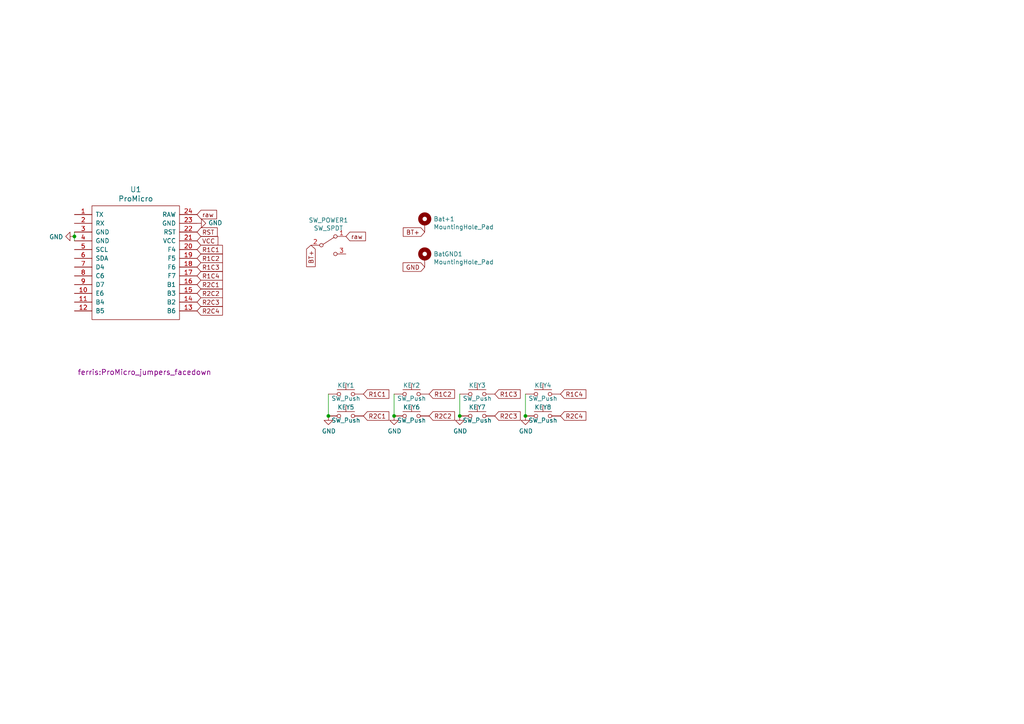
<source format=kicad_sch>
(kicad_sch (version 20211123) (generator eeschema)
  (paper "A4")
  (lib_symbols
    (symbol "Mechanical:MountingHole_Pad" (pin_numbers hide) (pin_names (offset 1.016) hide)
      (property "Reference" "H" (at 0 6.35 0))
      (property "Value" "MountingHole_Pad" (at 0 4.445 0))
      (symbol "MountingHole_Pad_0_1"
        (circle (center 0 1.27) (radius 1.27) (stroke (width 1.27)))
      )
      (symbol "MountingHole_Pad_1_1"
        (pin input line (at 0 -2.54 90) (length 2.54) (name "1") (number "1"))
      )
    )
    (symbol "Switch:SW_Push" (pin_numbers hide) (pin_names (offset 1.016) hide)
      (property "Reference" "SW" (at 1.27 2.54 0))
      (property "Value" "SW_Push" (at 0 -1.524 0))
      (symbol "SW_Push_0_1"
        (circle (center -2.032 0) (radius 0.508))
        (polyline (pts (xy 0 1.27) (xy 0 3.048)))
        (polyline (pts (xy 2.54 1.27) (xy -2.54 1.27)))
        (circle (center 2.032 0) (radius 0.508))
        (pin passive line (at -5.08 0 0) (length 2.54) (name "1") (number "1"))
        (pin passive line (at 5.08 0 180) (length 2.54) (name "2") (number "2"))
      )
    )
    (symbol "Switch:SW_SPDT" (pin_names (offset 0) hide)
      (property "Reference" "SW" (at 0 4.318 0))
      (property "Value" "SW_SPDT" (at 0 -5.08 0))
      (symbol "SW_SPDT_0_0"
        (circle (center -2.032 0) (radius 0.508))
        (circle (center 2.032 -2.54) (radius 0.508))
      )
      (symbol "SW_SPDT_0_1"
        (polyline (pts (xy -1.524 0.254) (xy 1.651 2.286)))
        (circle (center 2.032 2.54) (radius 0.508))
      )
      (symbol "SW_SPDT_1_1"
        (pin passive line (at 5.08 2.54 180) (length 2.54) (name "A") (number "1"))
        (pin passive line (at -5.08 0 0) (length 2.54) (name "B") (number "2"))
        (pin passive line (at 5.08 -2.54 180) (length 2.54) (name "C") (number "3"))
      )
    )
    (symbol "power:GND" (power) (pin_names (offset 0))
      (property "Value" "GND" (at 0 -3.81 0))
      (symbol "GND_0_1"
        (polyline (pts (xy 0 0) (xy 0 -1.27) (xy 1.27 -1.27) (xy 0 -2.54) (xy -1.27 -1.27) (xy 0 -1.27)))
      )
      (symbol "GND_1_1"
        (pin power_in line (at 0 0 270) (length 0) hide (name "GND") (number "1"))
      )
    )
    (symbol "promicro:ProMicro" (pin_names (offset 1.016))
      (property "Reference" "U" (at 0 24.13 0))
      (property "Value" "ProMicro" (at 0 -13.97 0))
      (symbol "ProMicro_0_1"
        (rectangle (start -12.7 21.59) (end 12.7 -11.43))
      )
      (symbol "ProMicro_1_1"
        (pin bidirectional line (at -17.78 19.05 0) (length 5.08) (name "TX") (number "1"))
        (pin bidirectional line (at -17.78 -3.81 0) (length 5.08) (name "E6") (number "10"))
        (pin bidirectional line (at -17.78 -6.35 0) (length 5.08) (name "B4") (number "11"))
        (pin bidirectional line (at -17.78 -8.89 0) (length 5.08) (name "B5") (number "12"))
        (pin bidirectional line (at 17.78 -8.89 180) (length 5.08) (name "B6") (number "13"))
        (pin bidirectional line (at 17.78 -6.35 180) (length 5.08) (name "B2") (number "14"))
        (pin bidirectional line (at 17.78 -3.81 180) (length 5.08) (name "B3") (number "15"))
        (pin bidirectional line (at 17.78 -1.27 180) (length 5.08) (name "B1") (number "16"))
        (pin bidirectional line (at 17.78 1.27 180) (length 5.08) (name "F7") (number "17"))
        (pin bidirectional line (at 17.78 3.81 180) (length 5.08) (name "F6") (number "18"))
        (pin bidirectional line (at 17.78 6.35 180) (length 5.08) (name "F5") (number "19"))
        (pin bidirectional line (at -17.78 16.51 0) (length 5.08) (name "RX") (number "2"))
        (pin bidirectional line (at 17.78 8.89 180) (length 5.08) (name "F4") (number "20"))
        (pin power_in line (at 17.78 11.43 180) (length 5.08) (name "VCC") (number "21"))
        (pin input line (at 17.78 13.97 180) (length 5.08) (name "RST") (number "22"))
        (pin power_in line (at 17.78 16.51 180) (length 5.08) (name "GND") (number "23"))
        (pin power_out line (at 17.78 19.05 180) (length 5.08) (name "RAW") (number "24"))
        (pin power_in line (at -17.78 13.97 0) (length 5.08) (name "GND") (number "3"))
        (pin power_in line (at -17.78 11.43 0) (length 5.08) (name "GND") (number "4"))
        (pin bidirectional line (at -17.78 8.89 0) (length 5.08) (name "SCL") (number "5"))
        (pin bidirectional line (at -17.78 6.35 0) (length 5.08) (name "SDA") (number "6"))
        (pin bidirectional line (at -17.78 3.81 0) (length 5.08) (name "D4") (number "7"))
        (pin bidirectional line (at -17.78 1.27 0) (length 5.08) (name "C6") (number "8"))
        (pin bidirectional line (at -17.78 -1.27 0) (length 5.08) (name "D7") (number "9"))
      )
    )
  )
  (junction (at 95.25 120.65))
  (junction (at 133.35 120.65))
  (junction (at 152.4 120.65))
  (junction (at 21.59 68.58))
  (junction (at 114.3 120.65))
  (wire (pts (xy 21.59 68.58) (xy 21.59 67.31)))
  (wire (pts (xy 133.35 120.65) (xy 133.35 114.3)))
  (wire (pts (xy 21.59 69.85) (xy 21.59 68.58)))
  (wire (pts (xy 152.4 114.3) (xy 152.4 120.65)))
  (wire (pts (xy 95.25 120.65) (xy 95.25 114.3)))
  (wire (pts (xy 114.3 114.3) (xy 114.3 120.65)))
  (global_label "R2C4" (shape input) (at 57.15 90.17 0) (property "Intersheet References" "${INTERSHEET_REFS}" (effects hide)))
  (global_label "R1C4" (shape input) (at 162.56 114.3 0) (property "Intersheet References" "${INTERSHEET_REFS}" (effects hide)))
  (global_label "BT+" (shape input) (at 123.19 67.31 180) (property "Intersheet References" "${INTERSHEET_REFS}" (effects hide)))
  (global_label "R2C1" (shape input) (at 57.15 82.55 0) (property "Intersheet References" "${INTERSHEET_REFS}" (effects hide)))
  (global_label "R2C2" (shape input) (at 124.46 120.65 0) (property "Intersheet References" "${INTERSHEET_REFS}" (effects hide)))
  (global_label "RST" (shape input) (at 57.15 67.31 0) (property "Intersheet References" "${INTERSHEET_REFS}" (effects hide)))
  (global_label "R1C3" (shape input) (at 57.15 77.47 0) (property "Intersheet References" "${INTERSHEET_REFS}" (effects hide)))
  (global_label "R1C1" (shape input) (at 57.15 72.39 0) (property "Intersheet References" "${INTERSHEET_REFS}" (effects hide)))
  (global_label "R1C3" (shape input) (at 143.51 114.3 0) (property "Intersheet References" "${INTERSHEET_REFS}" (effects hide)))
  (global_label "R1C2" (shape input) (at 57.15 74.93 0) (property "Intersheet References" "${INTERSHEET_REFS}" (effects hide)))
  (global_label "R2C2" (shape input) (at 57.15 85.09 0) (property "Intersheet References" "${INTERSHEET_REFS}" (effects hide)))
  (global_label "R1C4" (shape input) (at 57.15 80.01 0) (property "Intersheet References" "${INTERSHEET_REFS}" (effects hide)))
  (global_label "R1C1" (shape input) (at 105.41 114.3 0) (property "Intersheet References" "${INTERSHEET_REFS}" (effects hide)))
  (global_label "GND" (shape input) (at 123.19 77.47 180) (property "Intersheet References" "${INTERSHEET_REFS}" (effects hide)))
  (global_label "raw" (shape input) (at 100.33 68.58 0) (property "Intersheet References" "${INTERSHEET_REFS}" (effects hide)))
  (global_label "R2C3" (shape input) (at 143.51 120.65 0) (property "Intersheet References" "${INTERSHEET_REFS}" (effects hide)))
  (global_label "R2C4" (shape input) (at 162.56 120.65 0) (property "Intersheet References" "${INTERSHEET_REFS}" (effects hide)))
  (global_label "R1C2" (shape input) (at 124.46 114.3 0) (property "Intersheet References" "${INTERSHEET_REFS}" (effects hide)))
  (global_label "BT+" (shape input) (at 90.17 71.12 270) (property "Intersheet References" "${INTERSHEET_REFS}" (effects hide)))
  (global_label "VCC" (shape input) (at 57.15 69.85 0) (property "Intersheet References" "${INTERSHEET_REFS}" (effects hide)))
  (global_label "R2C3" (shape input) (at 57.15 87.63 0) (property "Intersheet References" "${INTERSHEET_REFS}" (effects hide)))
  (global_label "R2C1" (shape input) (at 105.41 120.65 0) (property "Intersheet References" "${INTERSHEET_REFS}" (effects hide)))
  (global_label "raw" (shape input) (at 57.15 62.23 0) (property "Intersheet References" "${INTERSHEET_REFS}" (effects hide)))
  (symbol (lib_id "power:GND") (at 57.15 64.77 90) (unit 1)
    (property "Reference" "#PWR01" (effects hide))
    (property "Value" "GND" (at 60.4012 64.643 90) (effects (justify right)))
  )
  (symbol (lib_id "power:GND") (at 21.59 68.58 270) (unit 1)
    (property "Reference" "#PWR07" (effects hide))
    (property "Value" "GND" (at 18.3388 68.707 90) (effects (justify right)))
  )
  (symbol (lib_id "Switch:SW_Push") (at 100.33 114.3 0) (unit 1)
    (property "Reference" "KEY1" (at 100.33 111.76 0))
    (property "Value" "SW_Push" (at 100.33 115.57 0))
    (property "Footprint" "paintbrush:choc_v1_rev" (effects hide))
  )
  (symbol (lib_id "Switch:SW_Push") (at 100.33 120.65 0) (unit 1)
    (property "Reference" "KEY5" (at 100.33 118.11 0))
    (property "Value" "SW_Push" (at 100.33 121.92 0))
    (property "Footprint" "paintbrush:choc_v1_rev" (effects hide))
  )
  (symbol (lib_id "Switch:SW_Push") (at 119.38 114.3 0) (unit 1)
    (property "Reference" "KEY2" (at 119.38 111.76 0))
    (property "Value" "SW_Push" (at 119.38 115.57 0))
    (property "Footprint" "paintbrush:choc_v1_rev" (effects hide))
  )
  (symbol (lib_id "Switch:SW_Push") (at 119.38 120.65 0) (unit 1)
    (property "Reference" "KEY6" (at 119.38 118.11 0))
    (property "Value" "SW_Push" (at 119.38 121.92 0))
    (property "Footprint" "paintbrush:choc_v1_rev" (effects hide))
  )
  (symbol (lib_id "Switch:SW_Push") (at 138.43 114.3 0) (unit 1)
    (property "Reference" "KEY3" (at 138.43 111.76 0))
    (property "Value" "SW_Push" (at 138.43 115.57 0))
    (property "Footprint" "ferris:choc_v1_rev" (effects hide))
  )
  (symbol (lib_id "Switch:SW_Push") (at 138.43 120.65 0) (unit 1)
    (property "Reference" "KEY7" (at 138.43 118.11 0))
    (property "Value" "SW_Push" (at 138.43 121.92 0))
    (property "Footprint" "paintbrush:choc_v1_rev" (effects hide))
  )
  (symbol (lib_id "Switch:SW_Push") (at 157.48 114.3 0) (unit 1)
    (property "Reference" "KEY4" (at 157.48 111.76 0))
    (property "Value" "SW_Push" (at 157.48 115.57 0))
    (property "Footprint" "ferris:choc_v1_rev" (effects hide))
  )
  (symbol (lib_id "Switch:SW_Push") (at 157.48 120.65 0) (unit 1)
    (property "Reference" "KEY8" (at 157.48 118.11 0))
    (property "Value" "SW_Push" (at 157.48 121.92 0))
    (property "Footprint" "paintbrush:choc_v1_rev" (effects hide))
  )
  (symbol (lib_id "power:GND") (at 95.25 120.65 0) (unit 1)
    (property "Reference" "#PWR03" (effects hide))
    (property "Value" "GND" (at 95.377 125.0442 0))
  )
  (symbol (lib_id "power:GND") (at 114.3 120.65 0) (unit 1)
    (property "Reference" "#PWR04" (effects hide))
    (property "Value" "GND" (at 114.427 125.0442 0))
  )
  (symbol (lib_id "power:GND") (at 133.35 120.65 0) (unit 1)
    (property "Reference" "#PWR05" (effects hide))
    (property "Value" "GND" (at 133.477 125.0442 0))
  )
  (symbol (lib_id "power:GND") (at 152.4 120.65 0) (unit 1)
    (property "Reference" "#PWR06" (effects hide))
    (property "Value" "GND" (at 152.527 125.0442 0))
  )
  (symbol (lib_id "promicro:ProMicro") (at 39.37 81.28 0) (unit 1)
    (property "Reference" "U1" (at 39.37 54.9402 0) (effects (font (size 1.524 1.524))))
    (property "Value" "ProMicro" (at 39.37 57.6326 0) (effects (font (size 1.524 1.524))))
    (property "Footprint" "ferris:ProMicro_jumpers_facedown" (at 41.91 107.95 0) (effects (font (size 1.524 1.524))))
  )
  (symbol (lib_id "Mechanical:MountingHole_Pad") (at 123.19 74.93 0) (unit 1)
    (property "Reference" "BatGND1" (at 125.73 73.6854 0) (effects (justify left)))
    (property "Value" "MountingHole_Pad" (at 125.73 75.9968 0) (effects (justify left)))
    (property "Footprint" "paintbrush:b-" (effects hide))
  )
  (symbol (lib_id "Switch:SW_SPDT") (at 95.25 71.12 0) (unit 1)
    (property "Reference" "SW_POWER1" (at 95.25 63.881 0))
    (property "Value" "SW_SPDT" (at 95.25 66.1924 0))
    (property "Footprint" "paintbrush:power_switch" (effects hide))
  )
  (symbol (lib_id "Mechanical:MountingHole_Pad") (at 123.19 64.77 0) (unit 1)
    (property "Reference" "Bat+1" (at 125.73 63.5254 0) (effects (justify left)))
    (property "Value" "MountingHole_Pad" (at 125.73 65.8368 0) (effects (justify left)))
    (property "Footprint" "paintbrush:b+" (effects hide))
  )
)
</source>
